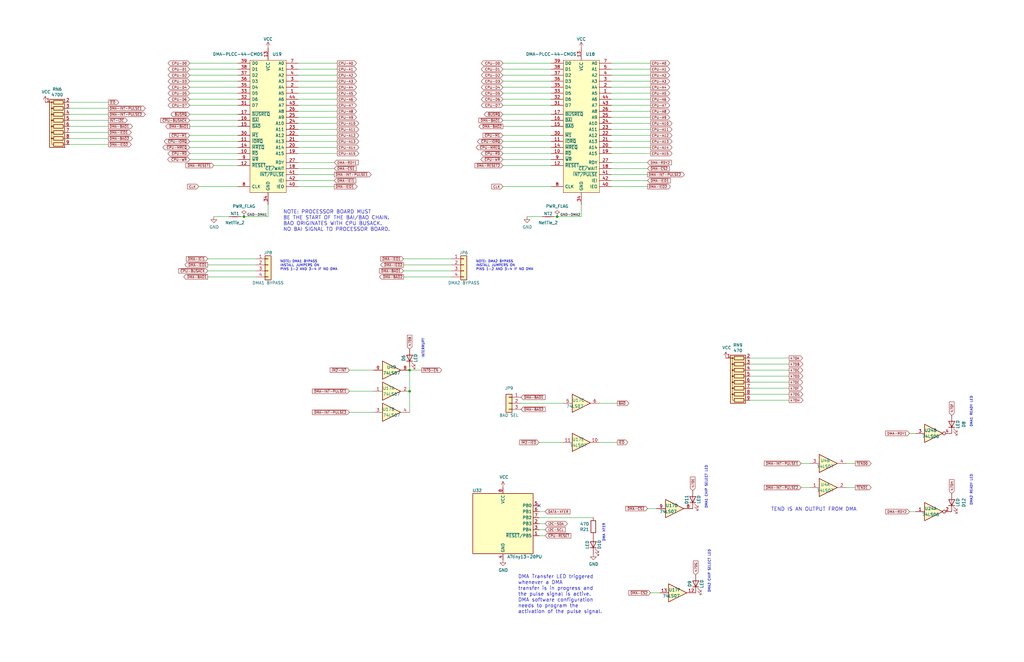
<source format=kicad_sch>
(kicad_sch (version 20211123) (generator eeschema)
  (paper "B")
  (lib_symbols
    (symbol "74xx:74LS06" (pin_names (offset 1.016))
      (property "Reference" "U" (at 0 1.27 0))
      (property "Value" "74LS06" (at 0 -1.27 0))
      (symbol "74LS06_1_0"
        (pin input line (at -7.62 0 0) (length 3.81) (name "~") (number "1"))
        (pin open_collector inverted (at 7.62 0 180) (length 3.81) (name "~") (number "2"))
      )
      (symbol "74LS06_2_0"
        (pin input line (at -7.62 0 0) (length 3.81) (name "~") (number "3"))
        (pin open_collector inverted (at 7.62 0 180) (length 3.81) (name "~") (number "4"))
      )
      (symbol "74LS06_3_0"
        (pin input line (at -7.62 0 0) (length 3.81) (name "~") (number "5"))
        (pin open_collector inverted (at 7.62 0 180) (length 3.81) (name "~") (number "6"))
      )
      (symbol "74LS06_4_0"
        (pin open_collector inverted (at 7.62 0 180) (length 3.81) (name "~") (number "8"))
        (pin input line (at -7.62 0 0) (length 3.81) (name "~") (number "9"))
      )
      (symbol "74LS06_5_0"
        (pin open_collector inverted (at 7.62 0 180) (length 3.81) (name "~") (number "10"))
        (pin input line (at -7.62 0 0) (length 3.81) (name "~") (number "11"))
      )
      (symbol "74LS06_6_0"
        (pin open_collector inverted (at 7.62 0 180) (length 3.81) (name "~") (number "12"))
        (pin input line (at -7.62 0 0) (length 3.81) (name "~") (number "13"))
      )
      (symbol "74LS06_7_0"
        (pin power_in line (at 0 12.7 270) (length 5.08) (name "VCC") (number "14"))
        (pin power_in line (at 0 -12.7 90) (length 5.08) (name "GND") (number "7"))
      )
    )
    (symbol "74xx:74LS07" (pin_names (offset 1.016))
      (property "Reference" "U" (at 0 1.27 0))
      (property "Value" "74LS07" (at 0 -1.27 0))
      (symbol "74LS07_1_0"
        (pin input line (at -7.62 0 0) (length 3.81) (name "~") (number "1"))
        (pin open_collector line (at 7.62 0 180) (length 3.81) (name "~") (number "2"))
      )
      (symbol "74LS07_2_0"
        (pin input line (at -7.62 0 0) (length 3.81) (name "~") (number "3"))
        (pin open_collector line (at 7.62 0 180) (length 3.81) (name "~") (number "4"))
      )
      (symbol "74LS07_3_0"
        (pin input line (at -7.62 0 0) (length 3.81) (name "~") (number "5"))
        (pin open_collector line (at 7.62 0 180) (length 3.81) (name "~") (number "6"))
      )
      (symbol "74LS07_4_0"
        (pin open_collector line (at 7.62 0 180) (length 3.81) (name "~") (number "8"))
        (pin input line (at -7.62 0 0) (length 3.81) (name "~") (number "9"))
      )
      (symbol "74LS07_5_0"
        (pin open_collector line (at 7.62 0 180) (length 3.81) (name "~") (number "10"))
        (pin input line (at -7.62 0 0) (length 3.81) (name "~") (number "11"))
      )
      (symbol "74LS07_6_0"
        (pin open_collector line (at 7.62 0 180) (length 3.81) (name "~") (number "12"))
        (pin input line (at -7.62 0 0) (length 3.81) (name "~") (number "13"))
      )
      (symbol "74LS07_7_0"
        (pin power_in line (at 0 12.7 270) (length 5.08) (name "VCC") (number "14"))
        (pin power_in line (at 0 -12.7 90) (length 5.08) (name "GND") (number "7"))
      )
    )
    (symbol "74xx:SN74LS07N" (pin_names (offset 1.016))
      (property "Reference" "U" (at 0 1.27 0))
      (property "Value" "SN74LS07N" (at 0 -1.27 0))
      (symbol "SN74LS07N_1_0"
        (pin input line (at -7.62 0 0) (length 3.81) (name "~") (number "1"))
        (pin open_collector line (at 7.62 0 180) (length 3.81) (name "~") (number "2"))
      )
      (symbol "SN74LS07N_2_0"
        (pin input line (at -7.62 0 0) (length 3.81) (name "~") (number "3"))
        (pin open_collector line (at 7.62 0 180) (length 3.81) (name "~") (number "4"))
      )
      (symbol "SN74LS07N_3_0"
        (pin input line (at -7.62 0 0) (length 3.81) (name "~") (number "5"))
        (pin open_collector line (at 7.62 0 180) (length 3.81) (name "~") (number "6"))
      )
      (symbol "SN74LS07N_4_0"
        (pin open_collector line (at 7.62 0 180) (length 3.81) (name "~") (number "8"))
        (pin input line (at -7.62 0 0) (length 3.81) (name "~") (number "9"))
      )
      (symbol "SN74LS07N_5_0"
        (pin open_collector line (at 7.62 0 180) (length 3.81) (name "~") (number "10"))
        (pin input line (at -7.62 0 0) (length 3.81) (name "~") (number "11"))
      )
      (symbol "SN74LS07N_6_0"
        (pin open_collector line (at 7.62 0 180) (length 3.81) (name "~") (number "12"))
        (pin input line (at -7.62 0 0) (length 3.81) (name "~") (number "13"))
      )
      (symbol "SN74LS07N_7_0"
        (pin power_in line (at 0 12.7 270) (length 5.08) (name "VCC") (number "14"))
        (pin power_in line (at 0 -12.7 90) (length 5.08) (name "GND") (number "7"))
      )
    )
    (symbol "Connector_Generic:Conn_01x03" (pin_names (offset 1.016) hide)
      (property "Reference" "J" (at 0 5.08 0))
      (property "Value" "Conn_01x03" (at 0 -5.08 0))
      (symbol "Conn_01x03_1_1"
        (pin passive line (at -5.08 2.54 0) (length 3.81) (name "Pin_1") (number "1"))
        (pin passive line (at -5.08 0 0) (length 3.81) (name "Pin_2") (number "2"))
        (pin passive line (at -5.08 -2.54 0) (length 3.81) (name "Pin_3") (number "3"))
      )
    )
    (symbol "Connector_Generic:Conn_01x04" (pin_names (offset 1.016) hide)
      (property "Reference" "J" (at 0 5.08 0))
      (property "Value" "Conn_01x04" (at 0 -7.62 0))
      (symbol "Conn_01x04_1_1"
        (pin passive line (at -5.08 2.54 0) (length 3.81) (name "Pin_1") (number "1"))
        (pin passive line (at -5.08 0 0) (length 3.81) (name "Pin_2") (number "2"))
        (pin passive line (at -5.08 -2.54 0) (length 3.81) (name "Pin_3") (number "3"))
        (pin passive line (at -5.08 -5.08 0) (length 3.81) (name "Pin_4") (number "4"))
      )
    )
    (symbol "DMA-PLCC-44-CMOS_1" (pin_names (offset 0.762))
      (property "Reference" "IC" (at 0 1.27 0))
      (property "Value" "DMA-PLCC-44-CMOS_1" (at 8.89 1.27 0))
      (symbol "DMA-PLCC-44-CMOS_1_0_0"
        (pin input line (at -5.08 -44.45 0) (length 5.08) (name "~{RESET}") (number "12"))
        (pin no_connect line (at -2.54 -50.8 0) (length 2.54) hide (name "NC") (number "28"))
        (pin no_connect line (at -2.54 -48.26 0) (length 2.54) hide (name "NC") (number "29"))
      )
      (symbol "DMA-PLCC-44-CMOS_1_1_1"
        (pin bidirectional line (at 20.32 -13.97 180) (length 5.08) (name "A5") (number "1"))
        (pin bidirectional line (at -5.08 -39.37 0) (length 5.08) (name "~{RD}") (number "10"))
        (pin bidirectional line (at -5.08 -34.29 0) (length 5.08) (name "~{IORQ}") (number "11"))
        (pin power_in line (at 7.62 5.08 270) (length 5.08) (name "VCC") (number "13"))
        (pin bidirectional line (at -5.08 -36.83 0) (length 5.08) (name "~{MREQ}") (number "14"))
        (pin output line (at -5.08 -27.94 0) (length 5.08) (name "~{BA0}") (number "15"))
        (pin input line (at -5.08 -25.4 0) (length 5.08) (name "~{BAI}") (number "16"))
        (pin bidirectional line (at -5.08 -22.86 0) (length 5.08) (name "~{BUSREQ}") (number "17"))
        (pin input line (at 20.32 -45.72 180) (length 5.08) (name "~{CE/}WAIT") (number "18"))
        (pin bidirectional line (at 20.32 -39.37 180) (length 5.08) (name "A15") (number "19"))
        (pin bidirectional line (at 20.32 -11.43 180) (length 5.08) (name "A4") (number "2"))
        (pin bidirectional line (at 20.32 -36.83 180) (length 5.08) (name "A14") (number "20"))
        (pin bidirectional line (at 20.32 -34.29 180) (length 5.08) (name "A13") (number "21"))
        (pin bidirectional line (at 20.32 -31.75 180) (length 5.08) (name "A12") (number "22"))
        (pin bidirectional line (at 20.32 -29.21 180) (length 5.08) (name "A11") (number "23"))
        (pin bidirectional line (at 20.32 -26.67 180) (length 5.08) (name "A10") (number "24"))
        (pin bidirectional line (at 20.32 -24.13 180) (length 5.08) (name "A9") (number "25"))
        (pin bidirectional line (at 20.32 -21.59 180) (length 5.08) (name "A8") (number "26"))
        (pin input line (at 20.32 -43.18 180) (length 5.08) (name "RDY") (number "27"))
        (pin bidirectional line (at 20.32 -8.89 180) (length 5.08) (name "A3") (number "3"))
        (pin input line (at -5.08 -31.75 0) (length 5.08) (name "~{M1}") (number "30"))
        (pin bidirectional line (at -5.08 -19.05 0) (length 5.08) (name "D7") (number "31"))
        (pin bidirectional line (at -5.08 -16.51 0) (length 5.08) (name "D6") (number "32"))
        (pin bidirectional line (at -5.08 -13.97 0) (length 5.08) (name "D5") (number "33"))
        (pin power_in line (at 7.62 -60.96 90) (length 5.08) (name "GND") (number "34"))
        (pin bidirectional line (at -5.08 -11.43 0) (length 5.08) (name "D4") (number "35"))
        (pin bidirectional line (at -5.08 -8.89 0) (length 5.08) (name "D3") (number "36"))
        (pin bidirectional line (at -5.08 -6.35 0) (length 5.08) (name "D2") (number "37"))
        (pin bidirectional line (at -5.08 -3.81 0) (length 5.08) (name "D1") (number "38"))
        (pin bidirectional line (at -5.08 -1.27 0) (length 5.08) (name "D0") (number "39"))
        (pin bidirectional line (at 20.32 -6.35 180) (length 5.08) (name "A2") (number "4"))
        (pin output line (at 20.32 -53.34 180) (length 5.08) (name "IEO") (number "40"))
        (pin output line (at 20.32 -48.26 180) (length 5.08) (name "~{INT/PULSE}") (number "41"))
        (pin input line (at 20.32 -50.8 180) (length 5.08) (name "IEI") (number "42"))
        (pin bidirectional line (at 20.32 -19.05 180) (length 5.08) (name "A7") (number "43"))
        (pin bidirectional line (at 20.32 -16.51 180) (length 5.08) (name "A6") (number "44"))
        (pin bidirectional line (at 20.32 -3.81 180) (length 5.08) (name "A1") (number "5"))
        (pin no_connect line (at -2.54 -45.72 0) (length 2.54) hide (name "NC") (number "6"))
        (pin bidirectional line (at 20.32 -1.27 180) (length 5.08) (name "A0") (number "7"))
        (pin input line (at -5.08 -53.34 0) (length 5.08) (name "CLK") (number "8"))
        (pin bidirectional line (at -5.08 -41.91 0) (length 5.08) (name "~{WR}") (number "9"))
      )
    )
    (symbol "Device:LED" (pin_numbers hide) (pin_names (offset 1.016) hide)
      (property "Reference" "D" (at 0 2.54 0))
      (property "Value" "LED" (at 0 -2.54 0))
      (symbol "LED_1_1"
        (pin passive line (at -3.81 0 0) (length 2.54) (name "K") (number "1"))
        (pin passive line (at 3.81 0 180) (length 2.54) (name "A") (number "2"))
      )
    )
    (symbol "Device:NetTie_2" (pin_numbers hide) (pin_names (offset 0) hide) (in_bom no)
      (property "Reference" "NT" (at 0 1.27 0))
      (property "Value" "NetTie_2" (at 0 -1.27 0))
      (symbol "NetTie_2_1_1"
        (pin passive line (at -2.54 0 0) (length 2.54) (name "1") (number "1"))
        (pin passive line (at 2.54 0 180) (length 2.54) (name "2") (number "2"))
      )
    )
    (symbol "Device:R" (pin_numbers hide) (pin_names (offset 0))
      (property "Reference" "R" (at 2.032 0 90))
      (property "Value" "R" (at 0 0 90))
      (symbol "R_1_1"
        (pin passive line (at 0 3.81 270) (length 1.27) (name "~") (number "1"))
        (pin passive line (at 0 -3.81 90) (length 1.27) (name "~") (number "2"))
      )
    )
    (symbol "Device:R_Network08" (pin_names (offset 0) hide)
      (property "Reference" "RN" (at -12.7 0 90))
      (property "Value" "R_Network08" (at 10.16 0 90))
      (symbol "R_Network08_1_1"
        (pin passive line (at -10.16 5.08 270) (length 2.54) (name "common") (number "1"))
        (pin passive line (at -10.16 -5.08 90) (length 1.27) (name "R1") (number "2"))
        (pin passive line (at -7.62 -5.08 90) (length 1.27) (name "R2") (number "3"))
        (pin passive line (at -5.08 -5.08 90) (length 1.27) (name "R3") (number "4"))
        (pin passive line (at -2.54 -5.08 90) (length 1.27) (name "R4") (number "5"))
        (pin passive line (at 0 -5.08 90) (length 1.27) (name "R5") (number "6"))
        (pin passive line (at 2.54 -5.08 90) (length 1.27) (name "R6") (number "7"))
        (pin passive line (at 5.08 -5.08 90) (length 1.27) (name "R7") (number "8"))
        (pin passive line (at 7.62 -5.08 90) (length 1.27) (name "R8") (number "9"))
      )
    )
    (symbol "MCU_Microchip_ATtiny:ATtiny13-20P"
      (property "Reference" "U" (at -12.7 13.97 0))
      (property "Value" "ATtiny13-20P" (at 2.54 -13.97 0))
      (symbol "ATtiny13-20P_1_1"
        (pin bidirectional line (at 15.24 -5.08 180) (length 2.54) (name "~{RESET}/PB5") (number "1"))
        (pin bidirectional line (at 15.24 0 180) (length 2.54) (name "PB3") (number "2"))
        (pin bidirectional line (at 15.24 -2.54 180) (length 2.54) (name "PB4") (number "3"))
        (pin power_in line (at 0 -15.24 90) (length 2.54) (name "GND") (number "4"))
        (pin bidirectional line (at 15.24 7.62 180) (length 2.54) (name "PB0") (number "5"))
        (pin bidirectional line (at 15.24 5.08 180) (length 2.54) (name "PB1") (number "6"))
        (pin bidirectional line (at 15.24 2.54 180) (length 2.54) (name "PB2") (number "7"))
        (pin power_in line (at 0 15.24 270) (length 2.54) (name "VCC") (number "8"))
      )
    )
    (symbol "Zilog_Z80_Peripherals:DMA-PLCC-44-CMOS" (pin_names (offset 0.762))
      (property "Reference" "IC" (at 0 1.27 0))
      (property "Value" "DMA-PLCC-44-CMOS" (at 8.89 1.27 0))
      (symbol "DMA-PLCC-44-CMOS_0_0"
        (pin input line (at -5.08 -44.45 0) (length 5.08) (name "~{RESET}") (number "12"))
        (pin no_connect line (at -2.54 -50.8 0) (length 2.54) hide (name "NC") (number "28"))
        (pin no_connect line (at -2.54 -48.26 0) (length 2.54) hide (name "NC") (number "29"))
      )
      (symbol "DMA-PLCC-44-CMOS_1_1"
        (pin bidirectional line (at 20.32 -13.97 180) (length 5.08) (name "A5") (number "1"))
        (pin bidirectional line (at -5.08 -39.37 0) (length 5.08) (name "~{RD}") (number "10"))
        (pin bidirectional line (at -5.08 -34.29 0) (length 5.08) (name "~{IORQ}") (number "11"))
        (pin power_in line (at 7.62 5.08 270) (length 5.08) (name "VCC") (number "13"))
        (pin bidirectional line (at -5.08 -36.83 0) (length 5.08) (name "~{MREQ}") (number "14"))
        (pin output line (at -5.08 -27.94 0) (length 5.08) (name "~{BA0}") (number "15"))
        (pin input line (at -5.08 -25.4 0) (length 5.08) (name "~{BAI}") (number "16"))
        (pin bidirectional line (at -5.08 -22.86 0) (length 5.08) (name "~{BUSREQ}") (number "17"))
        (pin input line (at 20.32 -45.72 180) (length 5.08) (name "~{CE/}WAIT") (number "18"))
        (pin bidirectional line (at 20.32 -39.37 180) (length 5.08) (name "A15") (number "19"))
        (pin bidirectional line (at 20.32 -11.43 180) (length 5.08) (name "A4") (number "2"))
        (pin bidirectional line (at 20.32 -36.83 180) (length 5.08) (name "A14") (number "20"))
        (pin bidirectional line (at 20.32 -34.29 180) (length 5.08) (name "A13") (number "21"))
        (pin bidirectional line (at 20.32 -31.75 180) (length 5.08) (name "A12") (number "22"))
        (pin bidirectional line (at 20.32 -29.21 180) (length 5.08) (name "A11") (number "23"))
        (pin bidirectional line (at 20.32 -26.67 180) (length 5.08) (name "A10") (number "24"))
        (pin bidirectional line (at 20.32 -24.13 180) (length 5.08) (name "A9") (number "25"))
        (pin bidirectional line (at 20.32 -21.59 180) (length 5.08) (name "A8") (number "26"))
        (pin input line (at 20.32 -43.18 180) (length 5.08) (name "RDY") (number "27"))
        (pin bidirectional line (at 20.32 -8.89 180) (length 5.08) (name "A3") (number "3"))
        (pin input line (at -5.08 -31.75 0) (length 5.08) (name "~{M1}") (number "30"))
        (pin bidirectional line (at -5.08 -19.05 0) (length 5.08) (name "D7") (number "31"))
        (pin bidirectional line (at -5.08 -16.51 0) (length 5.08) (name "D6") (number "32"))
        (pin bidirectional line (at -5.08 -13.97 0) (length 5.08) (name "D5") (number "33"))
        (pin power_in line (at 7.62 -60.96 90) (length 5.08) (name "GND") (number "34"))
        (pin bidirectional line (at -5.08 -11.43 0) (length 5.08) (name "D4") (number "35"))
        (pin bidirectional line (at -5.08 -8.89 0) (length 5.08) (name "D3") (number "36"))
        (pin bidirectional line (at -5.08 -6.35 0) (length 5.08) (name "D2") (number "37"))
        (pin bidirectional line (at -5.08 -3.81 0) (length 5.08) (name "D1") (number "38"))
        (pin bidirectional line (at -5.08 -1.27 0) (length 5.08) (name "D0") (number "39"))
        (pin bidirectional line (at 20.32 -6.35 180) (length 5.08) (name "A2") (number "4"))
        (pin output line (at 20.32 -53.34 180) (length 5.08) (name "IEO") (number "40"))
        (pin output line (at 20.32 -48.26 180) (length 5.08) (name "~{INT/PULSE}") (number "41"))
        (pin input line (at 20.32 -50.8 180) (length 5.08) (name "IEI") (number "42"))
        (pin bidirectional line (at 20.32 -19.05 180) (length 5.08) (name "A7") (number "43"))
        (pin bidirectional line (at 20.32 -16.51 180) (length 5.08) (name "A6") (number "44"))
        (pin bidirectional line (at 20.32 -3.81 180) (length 5.08) (name "A1") (number "5"))
        (pin no_connect line (at -2.54 -45.72 0) (length 2.54) hide (name "NC") (number "6"))
        (pin bidirectional line (at 20.32 -1.27 180) (length 5.08) (name "A0") (number "7"))
        (pin input line (at -5.08 -53.34 0) (length 5.08) (name "CLK") (number "8"))
        (pin bidirectional line (at -5.08 -41.91 0) (length 5.08) (name "~{WR}") (number "9"))
      )
    )
    (symbol "power:GND" (power) (pin_names (offset 0))
      (property "Value" "GND" (at 0 -3.81 0))
      (symbol "GND_1_1"
        (pin power_in line (at 0 0 270) (length 0) hide (name "GND") (number "1"))
      )
    )
    (symbol "power:PWR_FLAG" (power) (pin_numbers hide) (pin_names (offset 0) hide)
      (property "Value" "PWR_FLAG" (at 0 3.81 0))
      (symbol "PWR_FLAG_0_0"
        (pin power_out line (at 0 0 90) (length 0) (name "pwr") (number "1"))
      )
    )
    (symbol "power:VCC" (power) (pin_names (offset 0))
      (property "Value" "VCC" (at 0 3.81 0))
      (symbol "VCC_1_1"
        (pin power_in line (at 0 0 90) (length 0) hide (name "VCC") (number "1"))
      )
    )
  )
  (junction (at 102.87 91.44))
  (junction (at 172.72 156.21))
  (junction (at 234.95 91.44))
  (junction (at 172.72 165.1))
  (no_connect (at 227.33 213.36))
  (wire (pts (xy 125.73 49.53) (xy 142.24 49.53)))
  (wire (pts (xy 257.81 78.74) (xy 273.05 78.74)))
  (wire (pts (xy 212.09 64.77) (xy 232.41 64.77)))
  (wire (pts (xy 212.09 53.34) (xy 232.41 53.34)))
  (wire (pts (xy 212.09 62.23) (xy 232.41 62.23)))
  (wire (pts (xy 80.01 50.8) (xy 100.33 50.8)))
  (wire (pts (xy 257.81 41.91) (xy 274.32 41.91)))
  (wire (pts (xy 125.73 62.23) (xy 142.24 62.23)))
  (wire (pts (xy 170.18 116.84) (xy 190.5 116.84)))
  (wire (pts (xy 257.81 73.66) (xy 273.05 73.66)))
  (wire (pts (xy 212.09 69.85) (xy 232.41 69.85)))
  (wire (pts (xy 257.81 26.67) (xy 274.32 26.67)))
  (wire (pts (xy 257.81 52.07) (xy 274.32 52.07)))
  (wire (pts (xy 125.73 41.91) (xy 142.24 41.91)))
  (wire (pts (xy 80.01 48.26) (xy 100.33 48.26)))
  (wire (pts (xy 87.63 109.22) (xy 107.95 109.22)))
  (wire (pts (xy 125.73 31.75) (xy 142.24 31.75)))
  (wire (pts (xy 172.72 156.21) (xy 172.72 154.94)))
  (wire (pts (xy 125.73 68.58) (xy 140.97 68.58)))
  (wire (pts (xy 125.73 64.77) (xy 142.24 64.77)))
  (wire (pts (xy 257.81 64.77) (xy 274.32 64.77)))
  (wire (pts (xy 125.73 44.45) (xy 142.24 44.45)))
  (wire (pts (xy 212.09 44.45) (xy 232.41 44.45)))
  (wire (pts (xy 274.32 250.19) (xy 278.13 250.19)))
  (wire (pts (xy 383.54 215.9) (xy 386.08 215.9)))
  (wire (pts (xy 80.01 34.29) (xy 100.33 34.29)))
  (wire (pts (xy 80.01 31.75) (xy 100.33 31.75)))
  (wire (pts (xy 80.01 26.67) (xy 100.33 26.67)))
  (wire (pts (xy 147.32 173.99) (xy 157.48 173.99)))
  (wire (pts (xy 222.25 91.44) (xy 228.6 91.44)))
  (wire (pts (xy 125.73 59.69) (xy 142.24 59.69)))
  (wire (pts (xy 257.81 68.58) (xy 273.05 68.58)))
  (wire (pts (xy 212.09 26.67) (xy 232.41 26.67)))
  (wire (pts (xy 212.09 78.74) (xy 232.41 78.74)))
  (wire (pts (xy 80.01 67.31) (xy 100.33 67.31)))
  (wire (pts (xy 90.17 91.44) (xy 96.52 91.44)))
  (wire (pts (xy 212.09 39.37) (xy 232.41 39.37)))
  (wire (pts (xy 100.33 59.69) (xy 80.01 59.69)))
  (wire (pts (xy 172.72 165.1) (xy 172.72 173.99)))
  (wire (pts (xy 125.73 46.99) (xy 142.24 46.99)))
  (wire (pts (xy 227.33 220.98) (xy 229.87 220.98)))
  (wire (pts (xy 219.71 170.18) (xy 237.49 170.18)))
  (wire (pts (xy 245.11 91.44) (xy 234.95 91.44)))
  (wire (pts (xy 227.33 215.9) (xy 229.87 215.9)))
  (wire (pts (xy 273.05 214.63) (xy 276.86 214.63)))
  (wire (pts (xy 80.01 41.91) (xy 100.33 41.91)))
  (wire (pts (xy 260.35 186.69) (xy 252.73 186.69)))
  (wire (pts (xy 29.21 43.18) (xy 45.72 43.18)))
  (wire (pts (xy 252.73 170.18) (xy 260.35 170.18)))
  (wire (pts (xy 257.81 59.69) (xy 274.32 59.69)))
  (wire (pts (xy 113.03 91.44) (xy 102.87 91.44)))
  (wire (pts (xy 125.73 29.21) (xy 142.24 29.21)))
  (wire (pts (xy 212.09 41.91) (xy 232.41 41.91)))
  (wire (pts (xy 87.63 116.84) (xy 107.95 116.84)))
  (wire (pts (xy 212.09 50.8) (xy 232.41 50.8)))
  (wire (pts (xy 257.81 49.53) (xy 274.32 49.53)))
  (wire (pts (xy 125.73 26.67) (xy 142.24 26.67)))
  (wire (pts (xy 234.95 91.44) (xy 233.68 91.44)))
  (wire (pts (xy 232.41 59.69) (xy 212.09 59.69)))
  (wire (pts (xy 316.23 166.37) (xy 332.74 166.37)))
  (wire (pts (xy 227.33 218.44) (xy 250.19 218.44)))
  (wire (pts (xy 257.81 71.12) (xy 273.05 71.12)))
  (wire (pts (xy 212.09 36.83) (xy 232.41 36.83)))
  (wire (pts (xy 29.21 45.72) (xy 45.72 45.72)))
  (wire (pts (xy 177.8 156.21) (xy 172.72 156.21)))
  (wire (pts (xy 157.48 156.21) (xy 147.32 156.21)))
  (wire (pts (xy 125.73 73.66) (xy 140.97 73.66)))
  (wire (pts (xy 80.01 36.83) (xy 100.33 36.83)))
  (wire (pts (xy 80.01 62.23) (xy 100.33 62.23)))
  (wire (pts (xy 227.33 186.69) (xy 237.49 186.69)))
  (wire (pts (xy 80.01 64.77) (xy 100.33 64.77)))
  (wire (pts (xy 356.87 195.58) (xy 360.68 195.58)))
  (wire (pts (xy 212.09 48.26) (xy 232.41 48.26)))
  (wire (pts (xy 29.21 48.26) (xy 45.72 48.26)))
  (wire (pts (xy 80.01 44.45) (xy 100.33 44.45)))
  (wire (pts (xy 316.23 158.75) (xy 332.74 158.75)))
  (wire (pts (xy 29.21 60.96) (xy 45.72 60.96)))
  (wire (pts (xy 257.81 54.61) (xy 274.32 54.61)))
  (wire (pts (xy 125.73 52.07) (xy 142.24 52.07)))
  (wire (pts (xy 29.21 50.8) (xy 45.72 50.8)))
  (wire (pts (xy 257.81 57.15) (xy 274.32 57.15)))
  (wire (pts (xy 257.81 46.99) (xy 274.32 46.99)))
  (wire (pts (xy 29.21 58.42) (xy 45.72 58.42)))
  (wire (pts (xy 170.18 111.76) (xy 190.5 111.76)))
  (wire (pts (xy 125.73 39.37) (xy 142.24 39.37)))
  (wire (pts (xy 212.09 31.75) (xy 232.41 31.75)))
  (wire (pts (xy 316.23 153.67) (xy 332.74 153.67)))
  (wire (pts (xy 257.81 39.37) (xy 274.32 39.37)))
  (wire (pts (xy 80.01 29.21) (xy 100.33 29.21)))
  (wire (pts (xy 212.09 34.29) (xy 232.41 34.29)))
  (wire (pts (xy 125.73 54.61) (xy 142.24 54.61)))
  (wire (pts (xy 227.33 223.52) (xy 229.87 223.52)))
  (wire (pts (xy 212.09 67.31) (xy 232.41 67.31)))
  (wire (pts (xy 125.73 78.74) (xy 140.97 78.74)))
  (wire (pts (xy 125.73 57.15) (xy 142.24 57.15)))
  (wire (pts (xy 147.32 165.1) (xy 157.48 165.1)))
  (wire (pts (xy 245.11 86.36) (xy 245.11 91.44)))
  (wire (pts (xy 257.81 36.83) (xy 274.32 36.83)))
  (wire (pts (xy 102.87 91.44) (xy 101.6 91.44)))
  (wire (pts (xy 29.21 53.34) (xy 45.72 53.34)))
  (wire (pts (xy 337.82 195.58) (xy 341.63 195.58)))
  (wire (pts (xy 316.23 163.83) (xy 332.74 163.83)))
  (wire (pts (xy 257.81 76.2) (xy 273.05 76.2)))
  (wire (pts (xy 170.18 114.3) (xy 190.5 114.3)))
  (wire (pts (xy 100.33 57.15) (xy 80.01 57.15)))
  (wire (pts (xy 125.73 71.12) (xy 140.97 71.12)))
  (wire (pts (xy 80.01 53.34) (xy 100.33 53.34)))
  (wire (pts (xy 316.23 151.13) (xy 332.74 151.13)))
  (wire (pts (xy 257.81 62.23) (xy 274.32 62.23)))
  (wire (pts (xy 316.23 168.91) (xy 332.74 168.91)))
  (wire (pts (xy 172.72 156.21) (xy 172.72 165.1)))
  (wire (pts (xy 316.23 156.21) (xy 332.74 156.21)))
  (wire (pts (xy 125.73 36.83) (xy 142.24 36.83)))
  (wire (pts (xy 257.81 44.45) (xy 274.32 44.45)))
  (wire (pts (xy 90.17 69.85) (xy 100.33 69.85)))
  (wire (pts (xy 356.87 205.74) (xy 360.68 205.74)))
  (wire (pts (xy 83.82 78.74) (xy 100.33 78.74)))
  (wire (pts (xy 87.63 111.76) (xy 107.95 111.76)))
  (wire (pts (xy 257.81 29.21) (xy 274.32 29.21)))
  (wire (pts (xy 257.81 31.75) (xy 274.32 31.75)))
  (wire (pts (xy 113.03 86.36) (xy 113.03 91.44)))
  (wire (pts (xy 212.09 29.21) (xy 232.41 29.21)))
  (wire (pts (xy 383.54 182.88) (xy 386.08 182.88)))
  (wire (pts (xy 316.23 161.29) (xy 332.74 161.29)))
  (wire (pts (xy 337.82 205.74) (xy 341.63 205.74)))
  (wire (pts (xy 232.41 57.15) (xy 212.09 57.15)))
  (wire (pts (xy 29.21 55.88) (xy 45.72 55.88)))
  (wire (pts (xy 80.01 39.37) (xy 100.33 39.37)))
  (wire (pts (xy 87.63 114.3) (xy 107.95 114.3)))
  (wire (pts (xy 227.33 226.06) (xy 229.87 226.06)))
  (wire (pts (xy 170.18 109.22) (xy 190.5 109.22)))
  (wire (pts (xy 125.73 34.29) (xy 142.24 34.29)))
  (wire (pts (xy 125.73 76.2) (xy 140.97 76.2)))
  (wire (pts (xy 257.81 34.29) (xy 274.32 34.29)))
  (text "INTERRUPT" (at 179.07 151.13 90) (effects (font (size 1.016 1.016)) (justify left bottom)))
  (text "DMA1 READY LED" (at 410.21 180.34 90) (effects (font (size 1.016 1.016)) (justify left bottom)))
  (text "NOTE: DMA2 BYPASS\nINSTALL JUMPERS ON\nPINS 1-2 AND 3-4 IF NO DMA" (at 200.66 114.3 0) (effects (font (size 1.016 1.016)) (justify left bottom)))
  (text "NOTE: DMA1 BYPASS\nINSTALL JUMPERS ON\nPINS 1-2 AND 3-4 IF NO DMA" (at 118.11 114.3 0) (effects (font (size 1.016 1.016)) (justify left bottom)))
  (text "DMA Transfer LED triggered \nwhenever a DMA\ntransfer is in progress and\nthe pulse signal is active.\nDMA software configuration\nneeds to program the\nactivation of the pulse signal." (at 218.44 259.08 0) (effects (font (size 1.524 1.524)) (justify left bottom)))
  (text "DMA1 CHIP SELECT LED" (at 298.45 214.63 90) (effects (font (size 1.016 1.016)) (justify left bottom)))
  (text "DMA XFER" (at 255.27 228.6 90) (effects (font (size 1.016 1.016)) (justify left bottom)))
  (text "DMA2 READY LED" (at 410.21 213.36 90) (effects (font (size 1.016 1.016)) (justify left bottom)))
  (text "DMA2 CHIP SELECT LED" (at 299.72 250.19 90) (effects (font (size 1.016 1.016)) (justify left bottom)))
  (text "TEND IS AN OUTPUT FROM DMA" (at 325.12 215.9 0) (effects (font (size 1.524 1.524)) (justify left bottom)))
  (text "NOTE: PROCESSOR BOARD MUST\nBE THE START OF THE BAI/BAO CHAIN.\nBAO ORIGINATES WITH CPU BUSACK.\nNO BAI SIGNAL TO PROCESSOR BOARD." (at 119.38 97.79 0) (effects (font (size 1.524 1.524)) (justify left bottom)))
  (label "GND-DMA2" (at 236.22 91.44 0) (effects (font (size 1.016 1.016))))
  (label "GND-DMA1" (at 104.14 91.44 0) (effects (font (size 1.016 1.016))))
  (global_label "CPU-A3" (shape output) (at 274.32 34.29 0) (effects (font (size 1.016 1.016))) (property "Intersheet References" "${INTERSHEET_REFS}" (effects hide)))
  (global_label "DMA-RDY1" (shape input) (at 383.54 182.88 180) (effects (font (size 1.016 1.016))) (property "Intersheet References" "${INTERSHEET_REFS}" (effects hide)))
  (global_label "~{IEO}" (shape output) (at 260.35 186.69 0) (effects (font (size 1.016 1.016))) (property "Intersheet References" "${INTERSHEET_REFS}" (effects hide)))
  (global_label "~{DMA-BAO1}" (shape input) (at 212.09 50.8 180) (effects (font (size 1.016 1.016))) (property "Intersheet References" "${INTERSHEET_REFS}" (effects hide)))
  (global_label "CPU-A2" (shape output) (at 274.32 31.75 0) (effects (font (size 1.016 1.016))) (property "Intersheet References" "${INTERSHEET_REFS}" (effects hide)))
  (global_label "~{BUSRQ}" (shape bidirectional) (at 80.01 48.26 180) (effects (font (size 1.016 1.016))) (property "Intersheet References" "${INTERSHEET_REFS}" (effects hide)))
  (global_label "DMA-RDY2" (shape input) (at 273.05 68.58 0) (effects (font (size 1.016 1.016))) (property "Intersheet References" "${INTERSHEET_REFS}" (effects hide)))
  (global_label "CPU-A12" (shape output) (at 142.24 57.15 0) (effects (font (size 1.016 1.016))) (property "Intersheet References" "${INTERSHEET_REFS}" (effects hide)))
  (global_label "~{DMA-IEO1}" (shape input) (at 170.18 109.22 180) (effects (font (size 1.016 1.016))) (property "Intersheet References" "${INTERSHEET_REFS}" (effects hide)))
  (global_label "~{CPU-M1}" (shape input) (at 212.09 57.15 180) (effects (font (size 1.016 1.016))) (property "Intersheet References" "${INTERSHEET_REFS}" (effects hide)))
  (global_label "~{CPU-IORQ}" (shape bidirectional) (at 212.09 59.69 180) (effects (font (size 1.016 1.016))) (property "Intersheet References" "${INTERSHEET_REFS}" (effects hide)))
  (global_label "470F" (shape output) (at 332.74 163.83 0) (effects (font (size 1.016 1.016))) (property "Intersheet References" "${INTERSHEET_REFS}" (effects hide)))
  (global_label "470A" (shape output) (at 332.74 151.13 0) (effects (font (size 1.016 1.016))) (property "Intersheet References" "${INTERSHEET_REFS}" (effects hide)))
  (global_label "~{DMA-CS2}" (shape input) (at 274.32 250.19 180) (effects (font (size 1.016 1.016))) (property "Intersheet References" "${INTERSHEET_REFS}" (effects hide)))
  (global_label "CPU-D1" (shape bidirectional) (at 212.09 29.21 180) (effects (font (size 1.016 1.016))) (property "Intersheet References" "${INTERSHEET_REFS}" (effects hide)))
  (global_label "~{CPU-RD}" (shape bidirectional) (at 212.09 64.77 180) (effects (font (size 1.016 1.016))) (property "Intersheet References" "${INTERSHEET_REFS}" (effects hide)))
  (global_label "~{IM2-INT}" (shape input) (at 147.32 156.21 180) (effects (font (size 1.016 1.016))) (property "Intersheet References" "${INTERSHEET_REFS}" (effects hide)))
  (global_label "470E" (shape output) (at 332.74 161.29 0) (effects (font (size 1.016 1.016))) (property "Intersheet References" "${INTERSHEET_REFS}" (effects hide)))
  (global_label "~{DMA-CS1}" (shape input) (at 273.05 214.63 180) (effects (font (size 1.016 1.016))) (property "Intersheet References" "${INTERSHEET_REFS}" (effects hide)))
  (global_label "CPU-A6" (shape output) (at 274.32 41.91 0) (effects (font (size 1.016 1.016))) (property "Intersheet References" "${INTERSHEET_REFS}" (effects hide)))
  (global_label "CPU-A8" (shape output) (at 274.32 46.99 0) (effects (font (size 1.016 1.016))) (property "Intersheet References" "${INTERSHEET_REFS}" (effects hide)))
  (global_label "~{TEND1}" (shape output) (at 360.68 205.74 0) (effects (font (size 1.016 1.016))) (property "Intersheet References" "${INTERSHEET_REFS}" (effects hide)))
  (global_label "I2C-SCL" (shape input) (at 229.87 223.52 0) (effects (font (size 1.016 1.016))) (property "Intersheet References" "${INTERSHEET_REFS}" (effects hide)))
  (global_label "~{DMA-INT-PULSE1}" (shape input) (at 337.82 195.58 180) (effects (font (size 1.016 1.016))) (property "Intersheet References" "${INTERSHEET_REFS}" (effects hide)))
  (global_label "~{CPU-RD}" (shape bidirectional) (at 80.01 64.77 180) (effects (font (size 1.016 1.016))) (property "Intersheet References" "${INTERSHEET_REFS}" (effects hide)))
  (global_label "CPU-A4" (shape output) (at 274.32 36.83 0) (effects (font (size 1.016 1.016))) (property "Intersheet References" "${INTERSHEET_REFS}" (effects hide)))
  (global_label "CPU-D1" (shape bidirectional) (at 80.01 29.21 180) (effects (font (size 1.016 1.016))) (property "Intersheet References" "${INTERSHEET_REFS}" (effects hide)))
  (global_label "~{INT-I2C}" (shape output) (at 45.72 50.8 0) (effects (font (size 1.016 1.016))) (property "Intersheet References" "${INTERSHEET_REFS}" (effects hide)))
  (global_label "CPU-A8" (shape output) (at 142.24 46.99 0) (effects (font (size 1.016 1.016))) (property "Intersheet References" "${INTERSHEET_REFS}" (effects hide)))
  (global_label "~{DMA-BAO2}" (shape output) (at 45.72 58.42 0) (effects (font (size 1.016 1.016))) (property "Intersheet References" "${INTERSHEET_REFS}" (effects hide)))
  (global_label "~{DMA-INT-PULSE2}" (shape input) (at 147.32 173.99 180) (effects (font (size 1.016 1.016))) (property "Intersheet References" "${INTERSHEET_REFS}" (effects hide)))
  (global_label "CPU-A10" (shape output) (at 274.32 52.07 0) (effects (font (size 1.016 1.016))) (property "Intersheet References" "${INTERSHEET_REFS}" (effects hide)))
  (global_label "~{IEO}" (shape output) (at 45.72 43.18 0) (effects (font (size 1.016 1.016))) (property "Intersheet References" "${INTERSHEET_REFS}" (effects hide)))
  (global_label "CPU-A5" (shape output) (at 142.24 39.37 0) (effects (font (size 1.016 1.016))) (property "Intersheet References" "${INTERSHEET_REFS}" (effects hide)))
  (global_label "~{CPU-M1}" (shape input) (at 80.01 57.15 180) (effects (font (size 1.016 1.016))) (property "Intersheet References" "${INTERSHEET_REFS}" (effects hide)))
  (global_label "CPU-A3" (shape output) (at 142.24 34.29 0) (effects (font (size 1.016 1.016))) (property "Intersheet References" "${INTERSHEET_REFS}" (effects hide)))
  (global_label "~{DMA-CS2}" (shape input) (at 273.05 71.12 0) (effects (font (size 1.016 1.016))) (property "Intersheet References" "${INTERSHEET_REFS}" (effects hide)))
  (global_label "~{DMA-BAO2}" (shape input) (at 219.71 172.72 0) (effects (font (size 1.016 1.016))) (property "Intersheet References" "${INTERSHEET_REFS}" (effects hide)))
  (global_label "I2C-SDA" (shape bidirectional) (at 229.87 220.98 0) (effects (font (size 1.016 1.016))) (property "Intersheet References" "${INTERSHEET_REFS}" (effects hide)))
  (global_label "470B" (shape output) (at 332.74 153.67 0) (effects (font (size 1.016 1.016))) (property "Intersheet References" "${INTERSHEET_REFS}" (effects hide)))
  (global_label "CPU-A1" (shape output) (at 142.24 29.21 0) (effects (font (size 1.016 1.016))) (property "Intersheet References" "${INTERSHEET_REFS}" (effects hide)))
  (global_label "~{DMA-IEO1}" (shape output) (at 140.97 78.74 0) (effects (font (size 1.016 1.016))) (property "Intersheet References" "${INTERSHEET_REFS}" (effects hide)))
  (global_label "CPU-A1" (shape output) (at 274.32 29.21 0) (effects (font (size 1.016 1.016))) (property "Intersheet References" "${INTERSHEET_REFS}" (effects hide)))
  (global_label "DATA-XFER" (shape input) (at 229.87 215.9 0) (effects (font (size 1.016 1.016))) (property "Intersheet References" "${INTERSHEET_REFS}" (effects hide)))
  (global_label "~{CPU-IORQ}" (shape bidirectional) (at 80.01 59.69 180) (effects (font (size 1.016 1.016))) (property "Intersheet References" "${INTERSHEET_REFS}" (effects hide)))
  (global_label "DMA-RDY2" (shape input) (at 383.54 215.9 180) (effects (font (size 1.016 1.016))) (property "Intersheet References" "${INTERSHEET_REFS}" (effects hide)))
  (global_label "CPU-A11" (shape output) (at 142.24 54.61 0) (effects (font (size 1.016 1.016))) (property "Intersheet References" "${INTERSHEET_REFS}" (effects hide)))
  (global_label "CPU-D4" (shape bidirectional) (at 212.09 36.83 180) (effects (font (size 1.016 1.016))) (property "Intersheet References" "${INTERSHEET_REFS}" (effects hide)))
  (global_label "CPU-A2" (shape output) (at 142.24 31.75 0) (effects (font (size 1.016 1.016))) (property "Intersheet References" "${INTERSHEET_REFS}" (effects hide)))
  (global_label "~{CPU-BUSACK}" (shape input) (at 87.63 114.3 180) (effects (font (size 1.016 1.016))) (property "Intersheet References" "${INTERSHEET_REFS}" (effects hide)))
  (global_label "CPU-D0" (shape bidirectional) (at 80.01 26.67 180) (effects (font (size 1.016 1.016))) (property "Intersheet References" "${INTERSHEET_REFS}" (effects hide)))
  (global_label "CPU-D3" (shape bidirectional) (at 212.09 34.29 180) (effects (font (size 1.016 1.016))) (property "Intersheet References" "${INTERSHEET_REFS}" (effects hide)))
  (global_label "~{BUSRQ}" (shape bidirectional) (at 212.09 48.26 180) (effects (font (size 1.016 1.016))) (property "Intersheet References" "${INTERSHEET_REFS}" (effects hide)))
  (global_label "CPU-A14" (shape output) (at 274.32 62.23 0) (effects (font (size 1.016 1.016))) (property "Intersheet References" "${INTERSHEET_REFS}" (effects hide)))
  (global_label "~{DMA-RESET1}" (shape input) (at 90.17 69.85 180) (effects (font (size 1.016 1.016))) (property "Intersheet References" "${INTERSHEET_REFS}" (effects hide)))
  (global_label "~{CPU-MREQ}" (shape bidirectional) (at 212.09 62.23 180) (effects (font (size 1.016 1.016))) (property "Intersheet References" "${INTERSHEET_REFS}" (effects hide)))
  (global_label "CPU-A9" (shape output) (at 274.32 49.53 0) (effects (font (size 1.016 1.016))) (property "Intersheet References" "${INTERSHEET_REFS}" (effects hide)))
  (global_label "~{DMA-BAO1}" (shape output) (at 80.01 53.34 180) (effects (font (size 1.016 1.016))) (property "Intersheet References" "${INTERSHEET_REFS}" (effects hide)))
  (global_label "CPU-A15" (shape output) (at 142.24 64.77 0) (effects (font (size 1.016 1.016))) (property "Intersheet References" "${INTERSHEET_REFS}" (effects hide)))
  (global_label "~{DMA-IEO2}" (shape output) (at 170.18 111.76 180) (effects (font (size 1.016 1.016))) (property "Intersheet References" "${INTERSHEET_REFS}" (effects hide)))
  (global_label "CPU-A12" (shape output) (at 274.32 57.15 0) (effects (font (size 1.016 1.016))) (property "Intersheet References" "${INTERSHEET_REFS}" (effects hide)))
  (global_label "CPU-A7" (shape output) (at 142.24 44.45 0) (effects (font (size 1.016 1.016))) (property "Intersheet References" "${INTERSHEET_REFS}" (effects hide)))
  (global_label "470D" (shape output) (at 332.74 158.75 0) (effects (font (size 1.016 1.016))) (property "Intersheet References" "${INTERSHEET_REFS}" (effects hide)))
  (global_label "CPU-D6" (shape bidirectional) (at 80.01 41.91 180) (effects (font (size 1.016 1.016))) (property "Intersheet References" "${INTERSHEET_REFS}" (effects hide)))
  (global_label "~{BAO}" (shape output) (at 260.35 170.18 0) (effects (font (size 1.016 1.016))) (property "Intersheet References" "${INTERSHEET_REFS}" (effects hide)))
  (global_label "CPU-A15" (shape output) (at 274.32 64.77 0) (effects (font (size 1.016 1.016))) (property "Intersheet References" "${INTERSHEET_REFS}" (effects hide)))
  (global_label "~{DMA-BAO1}" (shape output) (at 87.63 116.84 180) (effects (font (size 1.016 1.016))) (property "Intersheet References" "${INTERSHEET_REFS}" (effects hide)))
  (global_label "470G" (shape output) (at 332.74 166.37 0) (effects (font (size 1.016 1.016))) (property "Intersheet References" "${INTERSHEET_REFS}" (effects hide)))
  (global_label "~{CPU-WR}" (shape bidirectional) (at 212.09 67.31 180) (effects (font (size 1.016 1.016))) (property "Intersheet References" "${INTERSHEET_REFS}" (effects hide)))
  (global_label "~{DMA-BAO2}" (shape output) (at 212.09 53.34 180) (effects (font (size 1.016 1.016))) (property "Intersheet References" "${INTERSHEET_REFS}" (effects hide)))
  (global_label "CPU-A10" (shape output) (at 142.24 52.07 0) (effects (font (size 1.016 1.016))) (property "Intersheet References" "${INTERSHEET_REFS}" (effects hide)))
  (global_label "~{DMA-IEO1}" (shape output) (at 45.72 55.88 0) (effects (font (size 1.016 1.016))) (property "Intersheet References" "${INTERSHEET_REFS}" (effects hide)))
  (global_label "~{DMA-BAO1}" (shape input) (at 170.18 114.3 180) (effects (font (size 1.016 1.016))) (property "Intersheet References" "${INTERSHEET_REFS}" (effects hide)))
  (global_label "470G" (shape input) (at 293.37 242.57 90) (effects (font (size 1.016 1.016))) (property "Intersheet References" "${INTERSHEET_REFS}" (effects hide)))
  (global_label "CPU-D6" (shape bidirectional) (at 212.09 41.91 180) (effects (font (size 1.016 1.016))) (property "Intersheet References" "${INTERSHEET_REFS}" (effects hide)))
  (global_label "470E" (shape input) (at 292.1 207.01 90) (effects (font (size 1.016 1.016))) (property "Intersheet References" "${INTERSHEET_REFS}" (effects hide)))
  (global_label "CPU-D7" (shape bidirectional) (at 212.09 44.45 180) (effects (font (size 1.016 1.016))) (property "Intersheet References" "${INTERSHEET_REFS}" (effects hide)))
  (global_label "~{TEND0}" (shape output) (at 360.68 195.58 0) (effects (font (size 1.016 1.016))) (property "Intersheet References" "${INTERSHEET_REFS}" (effects hide)))
  (global_label "CPU-A7" (shape output) (at 274.32 44.45 0) (effects (font (size 1.016 1.016))) (property "Intersheet References" "${INTERSHEET_REFS}" (effects hide)))
  (global_label "CPU-D3" (shape bidirectional) (at 80.01 34.29 180) (effects (font (size 1.016 1.016))) (property "Intersheet References" "${INTERSHEET_REFS}" (effects hide)))
  (global_label "CPU-D4" (shape bidirectional) (at 80.01 36.83 180) (effects (font (size 1.016 1.016))) (property "Intersheet References" "${INTERSHEET_REFS}" (effects hide)))
  (global_label "CPU-A11" (shape output) (at 274.32 54.61 0) (effects (font (size 1.016 1.016))) (property "Intersheet References" "${INTERSHEET_REFS}" (effects hide)))
  (global_label "CPU-D5" (shape bidirectional) (at 212.09 39.37 180) (effects (font (size 1.016 1.016))) (property "Intersheet References" "${INTERSHEET_REFS}" (effects hide)))
  (global_label "~{INT0-EN}" (shape output) (at 177.8 156.21 0) (effects (font (size 1.016 1.016))) (property "Intersheet References" "${INTERSHEET_REFS}" (effects hide)))
  (global_label "~{DMA-INT-PULSE2}" (shape output) (at 273.05 73.66 0) (effects (font (size 1.016 1.016))) (property "Intersheet References" "${INTERSHEET_REFS}" (effects hide)))
  (global_label "~{DMA-IEO2}" (shape output) (at 45.72 60.96 0) (effects (font (size 1.016 1.016))) (property "Intersheet References" "${INTERSHEET_REFS}" (effects hide)))
  (global_label "470F" (shape input) (at 401.32 175.26 90) (effects (font (size 1.016 1.016))) (property "Intersheet References" "${INTERSHEET_REFS}" (effects hide)))
  (global_label "CPU-D0" (shape bidirectional) (at 212.09 26.67 180) (effects (font (size 1.016 1.016))) (property "Intersheet References" "${INTERSHEET_REFS}" (effects hide)))
  (global_label "~{DMA-CS1}" (shape input) (at 140.97 71.12 0) (effects (font (size 1.016 1.016))) (property "Intersheet References" "${INTERSHEET_REFS}" (effects hide)))
  (global_label "~{DMA-INT-PULSE1}" (shape input) (at 147.32 165.1 180) (effects (font (size 1.016 1.016))) (property "Intersheet References" "${INTERSHEET_REFS}" (effects hide)))
  (global_label "~{IM2-IEO}" (shape input) (at 227.33 186.69 180) (effects (font (size 1.016 1.016))) (property "Intersheet References" "${INTERSHEET_REFS}" (effects hide)))
  (global_label "DMA-RDY1" (shape input) (at 140.97 68.58 0) (effects (font (size 1.016 1.016))) (property "Intersheet References" "${INTERSHEET_REFS}" (effects hide)))
  (global_label "~{DMA-IEO1}" (shape output) (at 87.63 111.76 180) (effects (font (size 1.016 1.016))) (property "Intersheet References" "${INTERSHEET_REFS}" (effects hide)))
  (global_label "470B" (shape input) (at 172.72 147.32 90) (effects (font (size 1.016 1.016))) (property "Intersheet References" "${INTERSHEET_REFS}" (effects hide)))
  (global_label "CPU-A0" (shape output) (at 274.32 26.67 0) (effects (font (size 1.016 1.016))) (property "Intersheet References" "${INTERSHEET_REFS}" (effects hide)))
  (global_label "~{CPU-RESET}" (shape input) (at 229.87 226.06 0) (effects (font (size 1.016 1.016))) (property "Intersheet References" "${INTERSHEET_REFS}" (effects hide)))
  (global_label "~{DMA-INT-PULSE2}" (shape input) (at 337.82 205.74 180) (effects (font (size 1.016 1.016))) (property "Intersheet References" "${INTERSHEET_REFS}" (effects hide)))
  (global_label "CLK" (shape input) (at 212.09 78.74 180) (effects (font (size 1.016 1.016))) (property "Intersheet References" "${INTERSHEET_REFS}" (effects hide)))
  (global_label "~{DMA-RESET2}" (shape input) (at 212.09 69.85 180) (effects (font (size 1.016 1.016))) (property "Intersheet References" "${INTERSHEET_REFS}" (effects hide)))
  (global_label "~{DMA-IEI1}" (shape input) (at 140.97 76.2 0) (effects (font (size 1.016 1.016))) (property "Intersheet References" "${INTERSHEET_REFS}" (effects hide)))
  (global_label "CPU-A9" (shape output) (at 142.24 49.53 0) (effects (font (size 1.016 1.016))) (property "Intersheet References" "${INTERSHEET_REFS}" (effects hide)))
  (global_label "CPU-A5" (shape output) (at 274.32 39.37 0) (effects (font (size 1.016 1.016))) (property "Intersheet References" "${INTERSHEET_REFS}" (effects hide)))
  (global_label "~{DMA-IEO1}" (shape input) (at 273.05 76.2 0) (effects (font (size 1.016 1.016))) (property "Intersheet References" "${INTERSHEET_REFS}" (effects hide)))
  (global_label "~{DMA-IEI1}" (shape input) (at 87.63 109.22 180) (effects (font (size 1.016 1.016))) (property "Intersheet References" "${INTERSHEET_REFS}" (effects hide)))
  (global_label "~{DMA-BAO2}" (shape output) (at 170.18 116.84 180) (effects (font (size 1.016 1.016))) (property "Intersheet References" "${INTERSHEET_REFS}" (effects hide)))
  (global_label "~{DMA-IEO2}" (shape output) (at 273.05 78.74 0) (effects (font (size 1.016 1.016))) (property "Intersheet References" "${INTERSHEET_REFS}" (effects hide)))
  (global_label "CPU-A0" (shape output) (at 142.24 26.67 0) (effects (font (size 1.016 1.016))) (property "Intersheet References" "${INTERSHEET_REFS}" (effects hide)))
  (global_label "470H" (shape input) (at 401.32 208.28 90) (effects (font (size 1.016 1.016))) (property "Intersheet References" "${INTERSHEET_REFS}" (effects hide)))
  (global_label "CPU-A6" (shape output) (at 142.24 41.91 0) (effects (font (size 1.016 1.016))) (property "Intersheet References" "${INTERSHEET_REFS}" (effects hide)))
  (global_label "~{CPU-WR}" (shape bidirectional) (at 80.01 67.31 180) (effects (font (size 1.016 1.016))) (property "Intersheet References" "${INTERSHEET_REFS}" (effects hide)))
  (global_label "CLK" (shape input) (at 83.82 78.74 180) (effects (font (size 1.016 1.016))) (property "Intersheet References" "${INTERSHEET_REFS}" (effects hide)))
  (global_label "~{DMA-INT-PULSE1}" (shape output) (at 140.97 73.66 0) (effects (font (size 1.016 1.016))) (property "Intersheet References" "${INTERSHEET_REFS}" (effects hide)))
  (global_label "CPU-A13" (shape output) (at 274.32 59.69 0) (effects (font (size 1.016 1.016))) (property "Intersheet References" "${INTERSHEET_REFS}" (effects hide)))
  (global_label "~{DMA-BAO1}" (shape input) (at 219.71 167.64 0) (effects (font (size 1.016 1.016))) (property "Intersheet References" "${INTERSHEET_REFS}" (effects hide)))
  (global_label "~{CPU-BUSACK}" (shape input) (at 80.01 50.8 180) (effects (font (size 1.016 1.016))) (property "Intersheet References" "${INTERSHEET_REFS}" (effects hide)))
  (global_label "~{CPU-MREQ}" (shape bidirectional) (at 80.01 62.23 180) (effects (font (size 1.016 1.016))) (property "Intersheet References" "${INTERSHEET_REFS}" (effects hide)))
  (global_label "470H" (shape output) (at 332.74 168.91 0) (effects (font (size 1.016 1.016))) (property "Intersheet References" "${INTERSHEET_REFS}" (effects hide)))
  (global_label "CPU-D2" (shape bidirectional) (at 212.09 31.75 180) (effects (font (size 1.016 1.016))) (property "Intersheet References" "${INTERSHEET_REFS}" (effects hide)))
  (global_label "CPU-A13" (shape output) (at 142.24 59.69 0) (effects (font (size 1.016 1.016))) (property "Intersheet References" "${INTERSHEET_REFS}" (effects hide)))
  (global_label "CPU-A4" (shape output) (at 142.24 36.83 0) (effects (font (size 1.016 1.016))) (property "Intersheet References" "${INTERSHEET_REFS}" (effects hide)))
  (global_label "~{DMA-INT-PULSE2}" (shape output) (at 45.72 48.26 0) (effects (font (size 1.016 1.016))) (property "Intersheet References" "${INTERSHEET_REFS}" (effects hide)))
  (global_label "CPU-D2" (shape bidirectional) (at 80.01 31.75 180) (effects (font (size 1.016 1.016))) (property "Intersheet References" "${INTERSHEET_REFS}" (effects hide)))
  (global_label "CPU-A14" (shape output) (at 142.24 62.23 0) (effects (font (size 1.016 1.016))) (property "Intersheet References" "${INTERSHEET_REFS}" (effects hide)))
  (global_label "~{DMA-BAO1}" (shape output) (at 45.72 53.34 0) (effects (font (size 1.016 1.016))) (property "Intersheet References" "${INTERSHEET_REFS}" (effects hide)))
  (global_label "CPU-D5" (shape bidirectional) (at 80.01 39.37 180) (effects (font (size 1.016 1.016))) (property "Intersheet References" "${INTERSHEET_REFS}" (effects hide)))
  (global_label "470C" (shape output) (at 332.74 156.21 0) (effects (font (size 1.016 1.016))) (property "Intersheet References" "${INTERSHEET_REFS}" (effects hide)))
  (global_label "CPU-D7" (shape bidirectional) (at 80.01 44.45 180) (effects (font (size 1.016 1.016))) (property "Intersheet References" "${INTERSHEET_REFS}" (effects hide)))
  (global_label "~{DMA-INT-PULSE1}" (shape output) (at 45.72 45.72 0) (effects (font (size 1.016 1.016))) (property "Intersheet References" "${INTERSHEET_REFS}" (effects hide)))
  (symbol (lib_id "MCU_Microchip_ATtiny:ATtiny13-20P") (at 212.09 220.98 0) (unit 1)
    (property "Reference" "U32" (at 203.2 207.01 0) (effects (justify right)))
    (property "Value" "ATtiny13-20PU" (at 228.6 234.95 0) (effects (justify right)))
    (property "Footprint" "Package_DIP:DIP-8_W7.62mm" (effects hide))
    (property "Datasheet" "http://ww1.microchip.com/downloads/en/DeviceDoc/doc2535.pdf" (effects hide))
  )
  (symbol (lib_id "power:VCC") (at 212.09 205.74 0) (unit 1)
    (property "Reference" "#PWR067" (effects hide))
    (property "Value" "VCC" (at 212.5218 201.3458 0))
  )
  (symbol (lib_id "power:GND") (at 212.09 236.22 0) (unit 1)
    (property "Reference" "#PWR073" (effects hide))
    (property "Value" "GND" (at 212.217 240.6142 0))
  )
  (symbol (lib_id "Device:LED") (at 250.19 229.87 90) (unit 1)
    (property "Reference" "D10" (at 252.73 229.87 0))
    (property "Value" "LED" (at 247.65 229.87 0))
    (property "Footprint" "LED_THT:LED_D3.0mm_Horizontal_O3.81mm_Z2.0mm" (effects hide))
  )
  (symbol (lib_id "Device:R") (at 250.19 222.25 180) (unit 1)
    (property "Reference" "R21" (at 248.412 223.4184 0) (effects (justify left)))
    (property "Value" "470" (at 248.412 221.107 0) (effects (justify left)))
    (property "Footprint" "Resistor_THT:R_Axial_DIN0207_L6.3mm_D2.5mm_P7.62mm_Horizontal" (effects hide))
  )
  (symbol (lib_id "74xx:74LS07") (at 165.1 156.21 0) (unit 4)
    (property "Reference" "U4" (at 165.1 154.94 0))
    (property "Value" "74LS07" (at 165.1 157.48 0))
    (property "Footprint" "Package_DIP:DIP-14_W7.62mm" (effects hide))
    (property "Datasheet" "www.ti.com/lit/ds/symlink/sn74ls07.pdf" (effects hide))
  )
  (symbol (lib_id "power:GND") (at 250.19 233.68 0) (unit 1)
    (property "Reference" "#PWR072" (effects hide))
    (property "Value" "GND" (at 250.317 238.0742 0))
  )
  (symbol (lib_id "Device:LED") (at 172.72 151.13 90) (unit 1)
    (property "Reference" "D6" (at 170.18 151.13 0))
    (property "Value" "LED" (at 175.26 151.13 0))
    (property "Footprint" "LED_THT:LED_D3.0mm_Horizontal_O3.81mm_Z2.0mm" (effects hide))
  )
  (symbol (lib_name "DMA-PLCC-44-CMOS_1") (lib_id "Zilog_Z80_Peripherals:DMA-PLCC-44-CMOS") (at 105.41 25.4 0) (unit 1)
    (property "Reference" "U19" (at 116.84 22.86 0))
    (property "Value" "DMA-PLCC-44-CMOS" (at 100.33 22.86 0))
    (property "Footprint" "Package_LCC:PLCC-44_THT-Socket" (effects hide))
    (property "Description" "6 MHZ Z80 CMOS SIO/2 , Z84C4206PEG Zilog Z84C4206PEG, 8bit Z8 Microcontroller, 6MHz ROMLess, 40-Pin PDIP" (effects hide))
    (property "Height" "4.06" (effects hide))
    (property "Manufacturer_Name" "Zilog" (effects hide))
    (property "Manufacturer_Part_Number" "Z84C4206PEG" (effects hide))
    (property "Mouser Part Number" "692-Z84C4206PEG" (effects hide))
    (property "Mouser Price/Stock" "https://www.mouser.com/Search/Refine.aspx?Keyword=692-Z84C4206PEG" (effects hide))
    (property "RS Part Number" "6600766" (effects hide))
    (property "RS Price/Stock" "https://uk.rs-online.com/web/p/products/6600766" (effects hide))
    (property "Allied_Number" "R1000052" (effects hide))
    (property "Allied Price/Stock" "https://www.alliedelec.com/zilog-z84c4206peg/R1000052/" (effects hide))
  )
  (symbol (lib_id "power:VCC") (at 19.05 43.18 0) (unit 1)
    (property "Reference" "#PWR0151" (effects hide))
    (property "Value" "VCC" (at 19.431 38.7858 0))
  )
  (symbol (lib_id "Device:R_Network08") (at 24.13 53.34 90) (mirror x) (unit 1)
    (property "Reference" "RN6" (at 24.13 37.6682 90))
    (property "Value" "4700" (at 24.13 39.9796 90))
    (property "Footprint" "Resistor_THT:R_Array_SIP9" (effects hide))
    (property "Datasheet" "http://www.vishay.com/docs/31509/csc.pdf" (effects hide))
  )
  (symbol (lib_id "Connector_Generic:Conn_01x04") (at 113.03 111.76 0) (unit 1)
    (property "Reference" "JP8" (at 113.03 106.68 0))
    (property "Value" "DMA1 BYPASS" (at 113.03 119.38 0))
    (property "Footprint" "Connector_PinHeader_2.54mm:PinHeader_1x04_P2.54mm_Vertical" (effects hide))
  )
  (symbol (lib_id "Connector_Generic:Conn_01x03") (at 214.63 170.18 0) (mirror y) (unit 1)
    (property "Reference" "JP9" (at 214.63 163.83 0))
    (property "Value" "BAO SEL" (at 214.63 175.26 0))
    (property "Footprint" "Connector_PinHeader_2.54mm:PinHeader_1x03_P2.54mm_Vertical" (effects hide))
  )
  (symbol (lib_id "74xx:SN74LS07N") (at 245.11 186.69 0) (unit 5)
    (property "Reference" "U17" (at 243.84 185.42 0))
    (property "Value" "74LS07" (at 243.84 187.96 0))
    (property "Footprint" "Package_DIP:DIP-14_W7.62mm" (effects hide))
    (property "Datasheet" "www.ti.com/lit/ds/symlink/sn74ls07.pdf" (effects hide))
  )
  (symbol (lib_id "power:VCC") (at 113.03 20.32 0) (unit 1)
    (property "Reference" "#PWR013" (effects hide))
    (property "Value" "VCC" (at 113.03 16.51 0))
  )
  (symbol (lib_id "Zilog_Z80_Peripherals:DMA-PLCC-44-CMOS") (at 237.49 25.4 0) (unit 1)
    (property "Reference" "U18" (at 248.92 22.86 0))
    (property "Value" "DMA-PLCC-44-CMOS" (at 232.41 22.86 0))
    (property "Footprint" "Package_LCC:PLCC-44_THT-Socket" (effects hide))
    (property "Description" "6 MHZ Z80 CMOS SIO/2 , Z84C4206PEG Zilog Z84C4206PEG, 8bit Z8 Microcontroller, 6MHz ROMLess, 40-Pin PDIP" (effects hide))
    (property "Height" "4.06" (effects hide))
    (property "Manufacturer_Name" "Zilog" (effects hide))
    (property "Manufacturer_Part_Number" "Z84C4206PEG" (effects hide))
    (property "Mouser Part Number" "692-Z84C4206PEG" (effects hide))
    (property "Mouser Price/Stock" "https://www.mouser.com/Search/Refine.aspx?Keyword=692-Z84C4206PEG" (effects hide))
    (property "RS Part Number" "6600766" (effects hide))
    (property "RS Price/Stock" "https://uk.rs-online.com/web/p/products/6600766" (effects hide))
    (property "Allied_Number" "R1000052" (effects hide))
    (property "Allied Price/Stock" "https://www.alliedelec.com/zilog-z84c4206peg/R1000052/" (effects hide))
  )
  (symbol (lib_id "power:VCC") (at 245.11 20.32 0) (unit 1)
    (property "Reference" "#PWR032" (effects hide))
    (property "Value" "VCC" (at 245.11 16.51 0))
  )
  (symbol (lib_id "power:GND") (at 90.17 91.44 0) (unit 1)
    (property "Reference" "#PWR021" (effects hide))
    (property "Value" "GND" (at 90.297 95.8342 0))
  )
  (symbol (lib_id "power:VCC") (at 306.07 151.13 0) (unit 1)
    (property "Reference" "#PWR0107" (effects hide))
    (property "Value" "VCC" (at 306.451 146.7358 0))
  )
  (symbol (lib_id "Device:R_Network08") (at 311.15 161.29 90) (mirror x) (unit 1)
    (property "Reference" "RN9" (at 311.15 145.6182 90))
    (property "Value" "470" (at 311.15 147.9296 90))
    (property "Footprint" "Resistor_THT:R_Array_SIP9" (effects hide))
    (property "Datasheet" "http://www.vishay.com/docs/31509/csc.pdf" (effects hide))
  )
  (symbol (lib_id "Connector_Generic:Conn_01x04") (at 195.58 111.76 0) (unit 1)
    (property "Reference" "JP6" (at 195.58 106.68 0))
    (property "Value" "DMA2 BYPASS" (at 195.58 119.38 0))
    (property "Footprint" "Connector_PinHeader_2.54mm:PinHeader_1x04_P2.54mm_Vertical" (effects hide))
  )
  (symbol (lib_id "Device:LED") (at 293.37 246.38 90) (unit 1)
    (property "Reference" "D9" (at 290.83 246.38 0))
    (property "Value" "LED" (at 295.91 246.38 0))
    (property "Footprint" "LED_THT:LED_D3.0mm_Horizontal_O3.81mm_Z2.0mm" (effects hide))
  )
  (symbol (lib_id "Device:LED") (at 292.1 210.82 90) (unit 1)
    (property "Reference" "D11" (at 289.56 210.82 0))
    (property "Value" "LED" (at 294.64 210.82 0))
    (property "Footprint" "LED_THT:LED_D3.0mm_Horizontal_O3.81mm_Z2.0mm" (effects hide))
  )
  (symbol (lib_id "power:PWR_FLAG") (at 102.87 91.44 0) (unit 1)
    (property "Reference" "#FLG0101" (effects hide))
    (property "Value" "PWR_FLAG" (at 102.87 87.0458 0))
  )
  (symbol (lib_id "power:GND") (at 222.25 91.44 0) (unit 1)
    (property "Reference" "#PWR0102" (effects hide))
    (property "Value" "GND" (at 222.377 95.8342 0))
  )
  (symbol (lib_id "power:PWR_FLAG") (at 234.95 91.44 0) (unit 1)
    (property "Reference" "#FLG0102" (effects hide))
    (property "Value" "PWR_FLAG" (at 234.95 87.0458 0))
  )
  (symbol (lib_id "Device:LED") (at 401.32 212.09 90) (unit 1)
    (property "Reference" "D12" (at 406.4 212.09 0))
    (property "Value" "LED" (at 403.86 212.09 0))
    (property "Footprint" "LED_THT:LED_D3.0mm_Horizontal_O3.81mm_Z2.0mm" (effects hide))
  )
  (symbol (lib_id "74xx:74LS06") (at 393.7 182.88 0) (unit 2)
    (property "Reference" "U24" (at 392.43 181.61 0))
    (property "Value" "74LS06" (at 392.43 184.15 0))
    (property "Datasheet" "http://www.ti.com/lit/gpn/sn74LS06" (effects hide))
  )
  (symbol (lib_id "74xx:74LS06") (at 393.7 215.9 0) (unit 1)
    (property "Reference" "U24" (at 392.43 214.63 0))
    (property "Value" "74LS06" (at 392.43 217.17 0))
    (property "Datasheet" "http://www.ti.com/lit/gpn/sn74LS06" (effects hide))
  )
  (symbol (lib_id "74xx:SN74LS07N") (at 245.11 170.18 0) (unit 3)
    (property "Reference" "U17" (at 241.3 168.91 0) (effects (justify left)))
    (property "Value" "74LS07" (at 238.76 171.45 0) (effects (justify left)))
    (property "Footprint" "Package_DIP:DIP-14_W7.62mm" (effects hide))
    (property "Datasheet" "www.ti.com/lit/ds/symlink/sn74ls07.pdf" (effects hide))
  )
  (symbol (lib_id "74xx:74LS07") (at 165.1 165.1 0) (unit 1)
    (property "Reference" "U17" (at 163.83 163.83 0))
    (property "Value" "74LS07" (at 165.1 166.37 0))
    (property "Footprint" "Package_DIP:DIP-14_W7.62mm" (effects hide))
    (property "Datasheet" "www.ti.com/lit/ds/symlink/sn74ls07.pdf" (effects hide))
  )
  (symbol (lib_id "74xx:SN74LS07N") (at 165.1 173.99 0) (unit 2)
    (property "Reference" "U17" (at 163.83 172.72 0))
    (property "Value" "74LS07" (at 165.1 175.26 0))
    (property "Footprint" "Package_DIP:DIP-14_W7.62mm" (effects hide))
    (property "Datasheet" "www.ti.com/lit/ds/symlink/sn74ls07.pdf" (effects hide))
  )
  (symbol (lib_id "Device:LED") (at 401.32 179.07 90) (unit 1)
    (property "Reference" "D8" (at 406.4 179.07 0))
    (property "Value" "LED" (at 403.86 179.07 0))
    (property "Footprint" "LED_THT:LED_D3.0mm_Horizontal_O3.81mm_Z2.0mm" (effects hide))
  )
  (symbol (lib_id "74xx:74LS07") (at 349.25 195.58 0) (unit 2)
    (property "Reference" "U4" (at 347.98 194.31 0))
    (property "Value" "74LS07" (at 347.98 196.85 0))
    (property "Footprint" "Package_DIP:DIP-14_W7.62mm" (effects hide))
    (property "Datasheet" "www.ti.com/lit/ds/symlink/sn74ls07.pdf" (effects hide))
  )
  (symbol (lib_id "74xx:74LS07") (at 349.25 205.74 0) (unit 1)
    (property "Reference" "U4" (at 347.98 204.47 0))
    (property "Value" "74LS07" (at 347.98 207.01 0))
    (property "Footprint" "Package_DIP:DIP-14_W7.62mm" (effects hide))
    (property "Datasheet" "www.ti.com/lit/ds/symlink/sn74ls07.pdf" (effects hide))
  )
  (symbol (lib_id "74xx:SN74LS07N") (at 284.48 214.63 0) (unit 4)
    (property "Reference" "U17" (at 280.67 213.36 0) (effects (justify left)))
    (property "Value" "74LS07" (at 278.13 215.9 0) (effects (justify left)))
    (property "Footprint" "Package_DIP:DIP-14_W7.62mm" (effects hide))
    (property "Datasheet" "www.ti.com/lit/ds/symlink/sn74ls07.pdf" (effects hide))
  )
  (symbol (lib_id "74xx:SN74LS07N") (at 285.75 250.19 0) (unit 6)
    (property "Reference" "U17" (at 281.94 248.92 0) (effects (justify left)))
    (property "Value" "74LS07" (at 279.4 251.46 0) (effects (justify left)))
    (property "Footprint" "Package_DIP:DIP-14_W7.62mm" (effects hide))
    (property "Datasheet" "www.ti.com/lit/ds/symlink/sn74ls07.pdf" (effects hide))
  )
  (symbol (lib_id "Device:NetTie_2") (at 99.06 91.44 0) (unit 1) (in_bom no)
    (property "Reference" "NT1" (at 99.06 90.17 0))
    (property "Value" "NetTie_2" (at 99.06 93.98 0))
    (property "Footprint" "NetTie:NetTie-2_THT_Pad0.3mm" (effects hide))
  )
  (symbol (lib_id "Device:NetTie_2") (at 231.14 91.44 0) (unit 1) (in_bom no)
    (property "Reference" "NT2" (at 231.14 90.17 0))
    (property "Value" "NetTie_2" (at 231.14 93.98 0))
    (property "Footprint" "NetTie:NetTie-2_THT_Pad0.3mm" (effects hide))
  )
)
</source>
